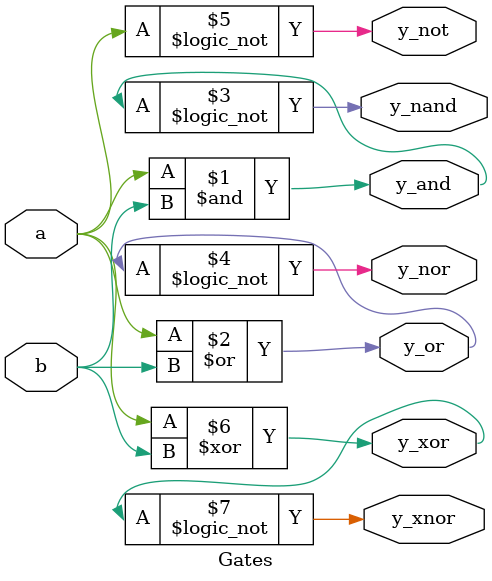
<source format=v>
module Gates(
    input a,b,
    output y_and, y_or, y_not, y_nand, y_nor, y_xor, y_xnor
);
    assign y_and = a&b, y_or=a|b, y_nand=!y_and, y_nor=!y_or;
    assign y_not=!a, y_xor=a^b, y_xnor=!y_xor;
endmodule
</source>
